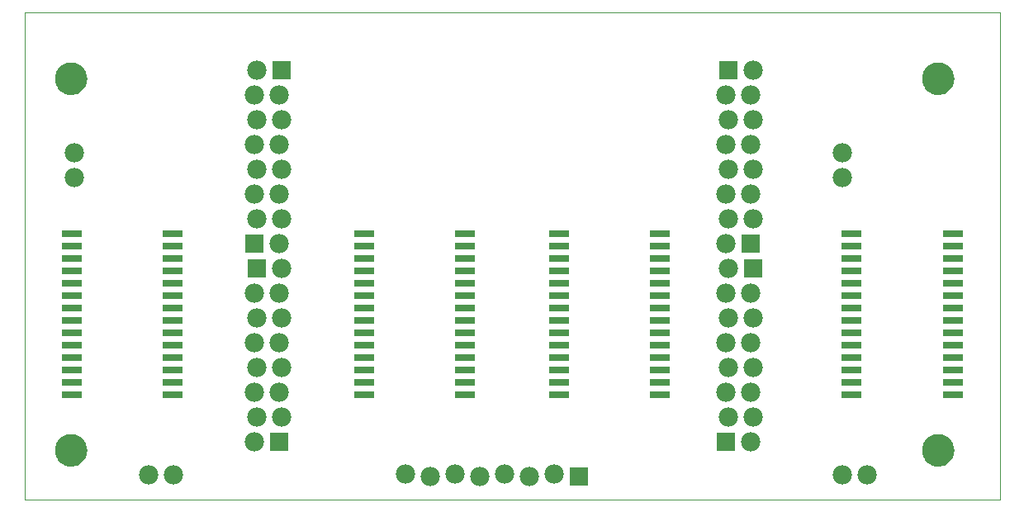
<source format=gts>
G75*
G70*
%OFA0B0*%
%FSLAX24Y24*%
%IPPOS*%
%LPD*%
%AMOC8*
5,1,8,0,0,1.08239X$1,22.5*
%
%ADD10C,0.0000*%
%ADD11R,0.0780X0.0780*%
%ADD12C,0.0780*%
%ADD13R,0.0847X0.0276*%
%ADD14C,0.1300*%
D10*
X000190Y000180D02*
X039561Y000180D01*
X039561Y019865D01*
X000190Y019865D01*
X000190Y000180D01*
X001431Y002180D02*
X001433Y002230D01*
X001439Y002280D01*
X001449Y002329D01*
X001463Y002377D01*
X001480Y002424D01*
X001501Y002469D01*
X001526Y002513D01*
X001554Y002554D01*
X001586Y002593D01*
X001620Y002630D01*
X001657Y002664D01*
X001697Y002694D01*
X001739Y002721D01*
X001783Y002745D01*
X001829Y002766D01*
X001876Y002782D01*
X001924Y002795D01*
X001974Y002804D01*
X002023Y002809D01*
X002074Y002810D01*
X002124Y002807D01*
X002173Y002800D01*
X002222Y002789D01*
X002270Y002774D01*
X002316Y002756D01*
X002361Y002734D01*
X002404Y002708D01*
X002445Y002679D01*
X002484Y002647D01*
X002520Y002612D01*
X002552Y002574D01*
X002582Y002534D01*
X002609Y002491D01*
X002632Y002447D01*
X002651Y002401D01*
X002667Y002353D01*
X002679Y002304D01*
X002687Y002255D01*
X002691Y002205D01*
X002691Y002155D01*
X002687Y002105D01*
X002679Y002056D01*
X002667Y002007D01*
X002651Y001959D01*
X002632Y001913D01*
X002609Y001869D01*
X002582Y001826D01*
X002552Y001786D01*
X002520Y001748D01*
X002484Y001713D01*
X002445Y001681D01*
X002404Y001652D01*
X002361Y001626D01*
X002316Y001604D01*
X002270Y001586D01*
X002222Y001571D01*
X002173Y001560D01*
X002124Y001553D01*
X002074Y001550D01*
X002023Y001551D01*
X001974Y001556D01*
X001924Y001565D01*
X001876Y001578D01*
X001829Y001594D01*
X001783Y001615D01*
X001739Y001639D01*
X001697Y001666D01*
X001657Y001696D01*
X001620Y001730D01*
X001586Y001767D01*
X001554Y001806D01*
X001526Y001847D01*
X001501Y001891D01*
X001480Y001936D01*
X001463Y001983D01*
X001449Y002031D01*
X001439Y002080D01*
X001433Y002130D01*
X001431Y002180D01*
X001431Y017180D02*
X001433Y017230D01*
X001439Y017280D01*
X001449Y017329D01*
X001463Y017377D01*
X001480Y017424D01*
X001501Y017469D01*
X001526Y017513D01*
X001554Y017554D01*
X001586Y017593D01*
X001620Y017630D01*
X001657Y017664D01*
X001697Y017694D01*
X001739Y017721D01*
X001783Y017745D01*
X001829Y017766D01*
X001876Y017782D01*
X001924Y017795D01*
X001974Y017804D01*
X002023Y017809D01*
X002074Y017810D01*
X002124Y017807D01*
X002173Y017800D01*
X002222Y017789D01*
X002270Y017774D01*
X002316Y017756D01*
X002361Y017734D01*
X002404Y017708D01*
X002445Y017679D01*
X002484Y017647D01*
X002520Y017612D01*
X002552Y017574D01*
X002582Y017534D01*
X002609Y017491D01*
X002632Y017447D01*
X002651Y017401D01*
X002667Y017353D01*
X002679Y017304D01*
X002687Y017255D01*
X002691Y017205D01*
X002691Y017155D01*
X002687Y017105D01*
X002679Y017056D01*
X002667Y017007D01*
X002651Y016959D01*
X002632Y016913D01*
X002609Y016869D01*
X002582Y016826D01*
X002552Y016786D01*
X002520Y016748D01*
X002484Y016713D01*
X002445Y016681D01*
X002404Y016652D01*
X002361Y016626D01*
X002316Y016604D01*
X002270Y016586D01*
X002222Y016571D01*
X002173Y016560D01*
X002124Y016553D01*
X002074Y016550D01*
X002023Y016551D01*
X001974Y016556D01*
X001924Y016565D01*
X001876Y016578D01*
X001829Y016594D01*
X001783Y016615D01*
X001739Y016639D01*
X001697Y016666D01*
X001657Y016696D01*
X001620Y016730D01*
X001586Y016767D01*
X001554Y016806D01*
X001526Y016847D01*
X001501Y016891D01*
X001480Y016936D01*
X001463Y016983D01*
X001449Y017031D01*
X001439Y017080D01*
X001433Y017130D01*
X001431Y017180D01*
X036431Y017180D02*
X036433Y017230D01*
X036439Y017280D01*
X036449Y017329D01*
X036463Y017377D01*
X036480Y017424D01*
X036501Y017469D01*
X036526Y017513D01*
X036554Y017554D01*
X036586Y017593D01*
X036620Y017630D01*
X036657Y017664D01*
X036697Y017694D01*
X036739Y017721D01*
X036783Y017745D01*
X036829Y017766D01*
X036876Y017782D01*
X036924Y017795D01*
X036974Y017804D01*
X037023Y017809D01*
X037074Y017810D01*
X037124Y017807D01*
X037173Y017800D01*
X037222Y017789D01*
X037270Y017774D01*
X037316Y017756D01*
X037361Y017734D01*
X037404Y017708D01*
X037445Y017679D01*
X037484Y017647D01*
X037520Y017612D01*
X037552Y017574D01*
X037582Y017534D01*
X037609Y017491D01*
X037632Y017447D01*
X037651Y017401D01*
X037667Y017353D01*
X037679Y017304D01*
X037687Y017255D01*
X037691Y017205D01*
X037691Y017155D01*
X037687Y017105D01*
X037679Y017056D01*
X037667Y017007D01*
X037651Y016959D01*
X037632Y016913D01*
X037609Y016869D01*
X037582Y016826D01*
X037552Y016786D01*
X037520Y016748D01*
X037484Y016713D01*
X037445Y016681D01*
X037404Y016652D01*
X037361Y016626D01*
X037316Y016604D01*
X037270Y016586D01*
X037222Y016571D01*
X037173Y016560D01*
X037124Y016553D01*
X037074Y016550D01*
X037023Y016551D01*
X036974Y016556D01*
X036924Y016565D01*
X036876Y016578D01*
X036829Y016594D01*
X036783Y016615D01*
X036739Y016639D01*
X036697Y016666D01*
X036657Y016696D01*
X036620Y016730D01*
X036586Y016767D01*
X036554Y016806D01*
X036526Y016847D01*
X036501Y016891D01*
X036480Y016936D01*
X036463Y016983D01*
X036449Y017031D01*
X036439Y017080D01*
X036433Y017130D01*
X036431Y017180D01*
X036431Y002180D02*
X036433Y002230D01*
X036439Y002280D01*
X036449Y002329D01*
X036463Y002377D01*
X036480Y002424D01*
X036501Y002469D01*
X036526Y002513D01*
X036554Y002554D01*
X036586Y002593D01*
X036620Y002630D01*
X036657Y002664D01*
X036697Y002694D01*
X036739Y002721D01*
X036783Y002745D01*
X036829Y002766D01*
X036876Y002782D01*
X036924Y002795D01*
X036974Y002804D01*
X037023Y002809D01*
X037074Y002810D01*
X037124Y002807D01*
X037173Y002800D01*
X037222Y002789D01*
X037270Y002774D01*
X037316Y002756D01*
X037361Y002734D01*
X037404Y002708D01*
X037445Y002679D01*
X037484Y002647D01*
X037520Y002612D01*
X037552Y002574D01*
X037582Y002534D01*
X037609Y002491D01*
X037632Y002447D01*
X037651Y002401D01*
X037667Y002353D01*
X037679Y002304D01*
X037687Y002255D01*
X037691Y002205D01*
X037691Y002155D01*
X037687Y002105D01*
X037679Y002056D01*
X037667Y002007D01*
X037651Y001959D01*
X037632Y001913D01*
X037609Y001869D01*
X037582Y001826D01*
X037552Y001786D01*
X037520Y001748D01*
X037484Y001713D01*
X037445Y001681D01*
X037404Y001652D01*
X037361Y001626D01*
X037316Y001604D01*
X037270Y001586D01*
X037222Y001571D01*
X037173Y001560D01*
X037124Y001553D01*
X037074Y001550D01*
X037023Y001551D01*
X036974Y001556D01*
X036924Y001565D01*
X036876Y001578D01*
X036829Y001594D01*
X036783Y001615D01*
X036739Y001639D01*
X036697Y001666D01*
X036657Y001696D01*
X036620Y001730D01*
X036586Y001767D01*
X036554Y001806D01*
X036526Y001847D01*
X036501Y001891D01*
X036480Y001936D01*
X036463Y001983D01*
X036449Y002031D01*
X036439Y002080D01*
X036433Y002130D01*
X036431Y002180D01*
D11*
X028511Y002523D03*
X022561Y001130D03*
X010483Y002523D03*
X009583Y009523D03*
X009483Y010523D03*
X010583Y017523D03*
X028611Y017523D03*
X029511Y010523D03*
X029611Y009523D03*
D12*
X028611Y009523D03*
X028511Y010523D03*
X028611Y011523D03*
X029611Y011523D03*
X029511Y012523D03*
X028511Y012523D03*
X028611Y013523D03*
X029611Y013523D03*
X029511Y014523D03*
X028511Y014523D03*
X028611Y015523D03*
X029611Y015523D03*
X029511Y016523D03*
X028511Y016523D03*
X029611Y017523D03*
X033190Y014180D03*
X033190Y013180D03*
X029511Y008523D03*
X028511Y008523D03*
X028611Y007523D03*
X029611Y007523D03*
X029511Y006523D03*
X028511Y006523D03*
X028611Y005523D03*
X029611Y005523D03*
X029511Y004523D03*
X028511Y004523D03*
X028611Y003523D03*
X029611Y003523D03*
X029511Y002523D03*
X033190Y001180D03*
X034190Y001180D03*
X021561Y001230D03*
X020561Y001130D03*
X019561Y001230D03*
X018561Y001130D03*
X017561Y001230D03*
X016561Y001130D03*
X015561Y001230D03*
X010583Y003523D03*
X009583Y003523D03*
X009483Y004523D03*
X010483Y004523D03*
X010583Y005523D03*
X009583Y005523D03*
X009483Y006523D03*
X010483Y006523D03*
X010583Y007523D03*
X009583Y007523D03*
X009483Y008523D03*
X010483Y008523D03*
X010583Y009523D03*
X010483Y010523D03*
X010583Y011523D03*
X009583Y011523D03*
X009483Y012523D03*
X010483Y012523D03*
X010583Y013523D03*
X009583Y013523D03*
X009483Y014523D03*
X010483Y014523D03*
X010583Y015523D03*
X009583Y015523D03*
X009483Y016523D03*
X010483Y016523D03*
X009583Y017523D03*
X002190Y014180D03*
X002190Y013180D03*
X009483Y002523D03*
X006190Y001180D03*
X005190Y001180D03*
D13*
X006166Y004430D03*
X006166Y004930D03*
X006166Y005430D03*
X006166Y005930D03*
X006166Y006430D03*
X006166Y006930D03*
X006166Y007430D03*
X006166Y007930D03*
X006166Y008430D03*
X006166Y008930D03*
X006166Y009430D03*
X006166Y009930D03*
X006166Y010430D03*
X006166Y010930D03*
X002089Y010930D03*
X002089Y010430D03*
X002089Y009930D03*
X002089Y009430D03*
X002089Y008930D03*
X002089Y008430D03*
X002089Y007930D03*
X002089Y007430D03*
X002089Y006930D03*
X002089Y006430D03*
X002089Y005930D03*
X002089Y005430D03*
X002089Y004930D03*
X002089Y004430D03*
X013900Y004430D03*
X013900Y004930D03*
X013900Y005430D03*
X013900Y005930D03*
X013900Y006430D03*
X013900Y006930D03*
X013900Y007430D03*
X013900Y007930D03*
X013900Y008430D03*
X013900Y008930D03*
X013900Y009430D03*
X013900Y009930D03*
X013900Y010430D03*
X013900Y010930D03*
X017977Y010930D03*
X017977Y010430D03*
X017977Y009930D03*
X017977Y009430D03*
X017977Y008930D03*
X017977Y008430D03*
X017977Y007930D03*
X017977Y007430D03*
X017977Y006930D03*
X017977Y006430D03*
X017977Y005930D03*
X017977Y005430D03*
X017977Y004930D03*
X017977Y004430D03*
X021774Y004430D03*
X021774Y004930D03*
X021774Y005430D03*
X021774Y005930D03*
X021774Y006430D03*
X021774Y006930D03*
X021774Y007430D03*
X021774Y007930D03*
X021774Y008430D03*
X021774Y008930D03*
X021774Y009430D03*
X021774Y009930D03*
X021774Y010430D03*
X021774Y010930D03*
X025851Y010930D03*
X025851Y010430D03*
X025851Y009930D03*
X025851Y009430D03*
X025851Y008930D03*
X025851Y008430D03*
X025851Y007930D03*
X025851Y007430D03*
X025851Y006930D03*
X025851Y006430D03*
X025851Y005930D03*
X025851Y005430D03*
X025851Y004930D03*
X025851Y004430D03*
X033585Y004430D03*
X033585Y004930D03*
X033585Y005430D03*
X033585Y005930D03*
X033585Y006430D03*
X033585Y006930D03*
X033585Y007430D03*
X033585Y007930D03*
X033585Y008430D03*
X033585Y008930D03*
X033585Y009430D03*
X033585Y009930D03*
X033585Y010430D03*
X033585Y010930D03*
X037662Y010930D03*
X037662Y010430D03*
X037662Y009930D03*
X037662Y009430D03*
X037662Y008930D03*
X037662Y008430D03*
X037662Y007930D03*
X037662Y007430D03*
X037662Y006930D03*
X037662Y006430D03*
X037662Y005930D03*
X037662Y005430D03*
X037662Y004930D03*
X037662Y004430D03*
D14*
X037061Y002180D03*
X037061Y017180D03*
X002061Y017180D03*
X002061Y002180D03*
M02*

</source>
